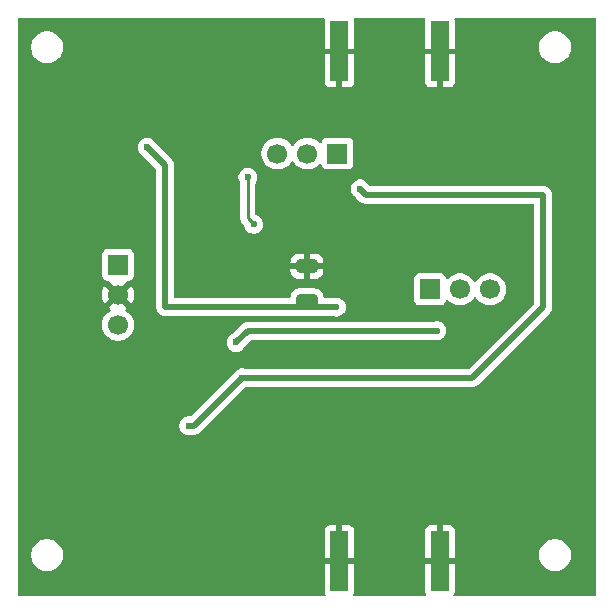
<source format=gbl>
%TF.GenerationSoftware,KiCad,Pcbnew,9.0.4-9.0.4-0~ubuntu24.04.1*%
%TF.CreationDate,2025-11-05T14:30:19-05:00*%
%TF.ProjectId,LFAmp-offset,4c46416d-702d-46f6-9666-7365742e6b69,rev?*%
%TF.SameCoordinates,Original*%
%TF.FileFunction,Copper,L2,Bot*%
%TF.FilePolarity,Positive*%
%FSLAX46Y46*%
G04 Gerber Fmt 4.6, Leading zero omitted, Abs format (unit mm)*
G04 Created by KiCad (PCBNEW 9.0.4-9.0.4-0~ubuntu24.04.1) date 2025-11-05 14:30:19*
%MOMM*%
%LPD*%
G01*
G04 APERTURE LIST*
G04 Aperture macros list*
%AMRoundRect*
0 Rectangle with rounded corners*
0 $1 Rounding radius*
0 $2 $3 $4 $5 $6 $7 $8 $9 X,Y pos of 4 corners*
0 Add a 4 corners polygon primitive as box body*
4,1,4,$2,$3,$4,$5,$6,$7,$8,$9,$2,$3,0*
0 Add four circle primitives for the rounded corners*
1,1,$1+$1,$2,$3*
1,1,$1+$1,$4,$5*
1,1,$1+$1,$6,$7*
1,1,$1+$1,$8,$9*
0 Add four rect primitives between the rounded corners*
20,1,$1+$1,$2,$3,$4,$5,0*
20,1,$1+$1,$4,$5,$6,$7,0*
20,1,$1+$1,$6,$7,$8,$9,0*
20,1,$1+$1,$8,$9,$2,$3,0*%
G04 Aperture macros list end*
%TA.AperFunction,SMDPad,CuDef*%
%ADD10RoundRect,0.250000X0.650000X-0.325000X0.650000X0.325000X-0.650000X0.325000X-0.650000X-0.325000X0*%
%TD*%
%TA.AperFunction,SMDPad,CuDef*%
%ADD11R,1.500000X5.080000*%
%TD*%
%TA.AperFunction,ComponentPad*%
%ADD12R,1.700000X1.700000*%
%TD*%
%TA.AperFunction,ComponentPad*%
%ADD13C,1.700000*%
%TD*%
%TA.AperFunction,ViaPad*%
%ADD14C,0.600000*%
%TD*%
%TA.AperFunction,Conductor*%
%ADD15C,0.250000*%
%TD*%
%TA.AperFunction,Conductor*%
%ADD16C,0.500000*%
%TD*%
G04 APERTURE END LIST*
D10*
%TO.P,C8,1*%
%TO.N,-5V*%
X190000000Y-84500000D03*
%TO.P,C8,2*%
%TO.N,GND*%
X190000000Y-81550000D03*
%TD*%
D11*
%TO.P,J3,2,Ext*%
%TO.N,GND*%
X201250000Y-106500000D03*
X192750000Y-106500000D03*
%TD*%
D12*
%TO.P,RV2,1,1*%
%TO.N,+5V*%
X192580000Y-72000000D03*
D13*
%TO.P,RV2,2,2*%
%TO.N,Net-(R10-Pad2)*%
X190040000Y-72000000D03*
%TO.P,RV2,3,3*%
%TO.N,-5V*%
X187500000Y-72000000D03*
%TD*%
D12*
%TO.P,J1,1,Pin_1*%
%TO.N,Net-(D2-K)*%
X174000000Y-81420000D03*
D13*
%TO.P,J1,2,Pin_2*%
%TO.N,GND*%
X174000000Y-83960000D03*
%TO.P,J1,3,Pin_3*%
%TO.N,Net-(D1-A)*%
X174000000Y-86500000D03*
%TD*%
D12*
%TO.P,RV1,1,1*%
%TO.N,Net-(U1A--)*%
X200420000Y-83500000D03*
D13*
%TO.P,RV1,2,2*%
%TO.N,Net-(C9-Pad2)*%
X202960000Y-83500000D03*
%TO.P,RV1,3,3*%
%TO.N,unconnected-(RV1-Pad3)*%
X205500000Y-83500000D03*
%TD*%
D11*
%TO.P,J2,2,Ext*%
%TO.N,GND*%
X192750000Y-63362500D03*
X201250000Y-63362500D03*
%TD*%
D14*
%TO.N,Net-(D4-A)*%
X185500000Y-78000000D03*
X185000000Y-74000000D03*
%TO.N,+5V*%
X194500000Y-75000000D03*
%TO.N,Net-(U1B--)*%
X201000000Y-87000000D03*
X184000000Y-88000000D03*
%TO.N,+5V*%
X180000000Y-95050000D03*
X184500000Y-91000000D03*
%TO.N,-5V*%
X192500000Y-85000000D03*
X176468962Y-71468963D03*
%TD*%
D15*
%TO.N,Net-(D4-A)*%
X185000000Y-74000000D02*
X185000000Y-77500000D01*
X185000000Y-77500000D02*
X185500000Y-78000000D01*
D16*
%TO.N,+5V*%
X210000000Y-85000000D02*
X210000000Y-75500000D01*
X184500000Y-91000000D02*
X204000000Y-91000000D01*
X210000000Y-75500000D02*
X195000000Y-75500000D01*
X195000000Y-75500000D02*
X194500000Y-75000000D01*
X204000000Y-91000000D02*
X210000000Y-85000000D01*
%TO.N,Net-(U1B--)*%
X201000000Y-87000000D02*
X185000000Y-87000000D01*
X185000000Y-87000000D02*
X184000000Y-88000000D01*
%TO.N,+5V*%
X184500000Y-91000000D02*
X180450000Y-95050000D01*
X180450000Y-95050000D02*
X180000000Y-95050000D01*
%TO.N,-5V*%
X192500000Y-85000000D02*
X178000000Y-85000000D01*
X178000000Y-85000000D02*
X178000000Y-73000001D01*
X178000000Y-73000001D02*
X176468962Y-71468963D01*
%TD*%
%TA.AperFunction,Conductor*%
%TO.N,GND*%
G36*
X191474897Y-60520185D02*
G01*
X191520652Y-60572989D01*
X191530596Y-60642147D01*
X191524040Y-60667833D01*
X191506403Y-60715119D01*
X191506401Y-60715127D01*
X191500000Y-60774655D01*
X191500000Y-63112500D01*
X194000000Y-63112500D01*
X194000000Y-60774672D01*
X193999999Y-60774655D01*
X193993598Y-60715127D01*
X193993596Y-60715119D01*
X193975960Y-60667833D01*
X193970976Y-60598141D01*
X194004461Y-60536818D01*
X194065785Y-60503334D01*
X194092142Y-60500500D01*
X199907858Y-60500500D01*
X199974897Y-60520185D01*
X200020652Y-60572989D01*
X200030596Y-60642147D01*
X200024040Y-60667833D01*
X200006403Y-60715119D01*
X200006401Y-60715127D01*
X200000000Y-60774655D01*
X200000000Y-63112500D01*
X202500000Y-63112500D01*
X202500000Y-62893713D01*
X209649500Y-62893713D01*
X209649500Y-63106286D01*
X209682753Y-63316239D01*
X209748444Y-63518414D01*
X209844951Y-63707820D01*
X209969890Y-63879786D01*
X210120213Y-64030109D01*
X210292179Y-64155048D01*
X210292181Y-64155049D01*
X210292184Y-64155051D01*
X210481588Y-64251557D01*
X210683757Y-64317246D01*
X210893713Y-64350500D01*
X210893714Y-64350500D01*
X211106286Y-64350500D01*
X211106287Y-64350500D01*
X211316243Y-64317246D01*
X211518412Y-64251557D01*
X211707816Y-64155051D01*
X211729789Y-64139086D01*
X211879786Y-64030109D01*
X211879788Y-64030106D01*
X211879792Y-64030104D01*
X212030104Y-63879792D01*
X212030106Y-63879788D01*
X212030109Y-63879786D01*
X212155048Y-63707820D01*
X212155047Y-63707820D01*
X212155051Y-63707816D01*
X212251557Y-63518412D01*
X212317246Y-63316243D01*
X212350500Y-63106287D01*
X212350500Y-62893713D01*
X212317246Y-62683757D01*
X212251557Y-62481588D01*
X212155051Y-62292184D01*
X212155049Y-62292181D01*
X212155048Y-62292179D01*
X212030109Y-62120213D01*
X211879786Y-61969890D01*
X211707820Y-61844951D01*
X211518414Y-61748444D01*
X211518413Y-61748443D01*
X211518412Y-61748443D01*
X211316243Y-61682754D01*
X211316241Y-61682753D01*
X211316240Y-61682753D01*
X211154957Y-61657208D01*
X211106287Y-61649500D01*
X210893713Y-61649500D01*
X210845042Y-61657208D01*
X210683760Y-61682753D01*
X210481585Y-61748444D01*
X210292179Y-61844951D01*
X210120213Y-61969890D01*
X209969890Y-62120213D01*
X209844951Y-62292179D01*
X209748444Y-62481585D01*
X209682753Y-62683760D01*
X209649500Y-62893713D01*
X202500000Y-62893713D01*
X202500000Y-60774672D01*
X202499999Y-60774655D01*
X202493598Y-60715127D01*
X202493596Y-60715119D01*
X202475960Y-60667833D01*
X202470976Y-60598141D01*
X202504461Y-60536818D01*
X202565785Y-60503334D01*
X202592142Y-60500500D01*
X214375500Y-60500500D01*
X214442539Y-60520185D01*
X214488294Y-60572989D01*
X214499500Y-60624500D01*
X214499500Y-109375500D01*
X214479815Y-109442539D01*
X214427011Y-109488294D01*
X214375500Y-109499500D01*
X202528322Y-109499500D01*
X202461283Y-109479815D01*
X202415528Y-109427011D01*
X202405584Y-109357853D01*
X202429055Y-109301190D01*
X202443350Y-109282093D01*
X202443354Y-109282086D01*
X202493596Y-109147379D01*
X202493598Y-109147372D01*
X202499999Y-109087844D01*
X202500000Y-109087827D01*
X202500000Y-106750000D01*
X200000000Y-106750000D01*
X200000000Y-109087844D01*
X200006401Y-109147372D01*
X200006403Y-109147379D01*
X200056645Y-109282086D01*
X200056649Y-109282093D01*
X200070945Y-109301190D01*
X200095362Y-109366654D01*
X200080510Y-109434927D01*
X200031105Y-109484332D01*
X199971678Y-109499500D01*
X194028322Y-109499500D01*
X193961283Y-109479815D01*
X193915528Y-109427011D01*
X193905584Y-109357853D01*
X193929055Y-109301190D01*
X193943350Y-109282093D01*
X193943354Y-109282086D01*
X193993596Y-109147379D01*
X193993598Y-109147372D01*
X193999999Y-109087844D01*
X194000000Y-109087827D01*
X194000000Y-106750000D01*
X191500000Y-106750000D01*
X191500000Y-109087844D01*
X191506401Y-109147372D01*
X191506403Y-109147379D01*
X191556645Y-109282086D01*
X191556649Y-109282093D01*
X191570945Y-109301190D01*
X191595362Y-109366654D01*
X191580510Y-109434927D01*
X191531105Y-109484332D01*
X191471678Y-109499500D01*
X165624500Y-109499500D01*
X165557461Y-109479815D01*
X165511706Y-109427011D01*
X165500500Y-109375500D01*
X165500500Y-105893713D01*
X166649500Y-105893713D01*
X166649500Y-106106286D01*
X166682753Y-106316239D01*
X166748444Y-106518414D01*
X166844951Y-106707820D01*
X166969890Y-106879786D01*
X167120213Y-107030109D01*
X167292179Y-107155048D01*
X167292181Y-107155049D01*
X167292184Y-107155051D01*
X167481588Y-107251557D01*
X167683757Y-107317246D01*
X167893713Y-107350500D01*
X167893714Y-107350500D01*
X168106286Y-107350500D01*
X168106287Y-107350500D01*
X168316243Y-107317246D01*
X168518412Y-107251557D01*
X168707816Y-107155051D01*
X168729789Y-107139086D01*
X168879786Y-107030109D01*
X168879788Y-107030106D01*
X168879792Y-107030104D01*
X169030104Y-106879792D01*
X169030106Y-106879788D01*
X169030109Y-106879786D01*
X169155048Y-106707820D01*
X169155047Y-106707820D01*
X169155051Y-106707816D01*
X169251557Y-106518412D01*
X169317246Y-106316243D01*
X169350500Y-106106287D01*
X169350500Y-105893713D01*
X169317246Y-105683757D01*
X169251557Y-105481588D01*
X169155051Y-105292184D01*
X169155049Y-105292181D01*
X169155048Y-105292179D01*
X169030109Y-105120213D01*
X168879786Y-104969890D01*
X168707820Y-104844951D01*
X168518414Y-104748444D01*
X168518413Y-104748443D01*
X168518412Y-104748443D01*
X168316243Y-104682754D01*
X168316241Y-104682753D01*
X168316240Y-104682753D01*
X168154957Y-104657208D01*
X168106287Y-104649500D01*
X167893713Y-104649500D01*
X167845042Y-104657208D01*
X167683760Y-104682753D01*
X167481585Y-104748444D01*
X167292179Y-104844951D01*
X167120213Y-104969890D01*
X166969890Y-105120213D01*
X166844951Y-105292179D01*
X166748444Y-105481585D01*
X166682753Y-105683760D01*
X166649500Y-105893713D01*
X165500500Y-105893713D01*
X165500500Y-103912155D01*
X191500000Y-103912155D01*
X191500000Y-106250000D01*
X192500000Y-106250000D01*
X193000000Y-106250000D01*
X194000000Y-106250000D01*
X194000000Y-103912172D01*
X193999999Y-103912155D01*
X200000000Y-103912155D01*
X200000000Y-106250000D01*
X201000000Y-106250000D01*
X201500000Y-106250000D01*
X202500000Y-106250000D01*
X202500000Y-105893713D01*
X209649500Y-105893713D01*
X209649500Y-106106286D01*
X209682753Y-106316239D01*
X209748444Y-106518414D01*
X209844951Y-106707820D01*
X209969890Y-106879786D01*
X210120213Y-107030109D01*
X210292179Y-107155048D01*
X210292181Y-107155049D01*
X210292184Y-107155051D01*
X210481588Y-107251557D01*
X210683757Y-107317246D01*
X210893713Y-107350500D01*
X210893714Y-107350500D01*
X211106286Y-107350500D01*
X211106287Y-107350500D01*
X211316243Y-107317246D01*
X211518412Y-107251557D01*
X211707816Y-107155051D01*
X211729789Y-107139086D01*
X211879786Y-107030109D01*
X211879788Y-107030106D01*
X211879792Y-107030104D01*
X212030104Y-106879792D01*
X212030106Y-106879788D01*
X212030109Y-106879786D01*
X212155048Y-106707820D01*
X212155047Y-106707820D01*
X212155051Y-106707816D01*
X212251557Y-106518412D01*
X212317246Y-106316243D01*
X212350500Y-106106287D01*
X212350500Y-105893713D01*
X212317246Y-105683757D01*
X212251557Y-105481588D01*
X212155051Y-105292184D01*
X212155049Y-105292181D01*
X212155048Y-105292179D01*
X212030109Y-105120213D01*
X211879786Y-104969890D01*
X211707820Y-104844951D01*
X211518414Y-104748444D01*
X211518413Y-104748443D01*
X211518412Y-104748443D01*
X211316243Y-104682754D01*
X211316241Y-104682753D01*
X211316240Y-104682753D01*
X211154957Y-104657208D01*
X211106287Y-104649500D01*
X210893713Y-104649500D01*
X210845042Y-104657208D01*
X210683760Y-104682753D01*
X210481585Y-104748444D01*
X210292179Y-104844951D01*
X210120213Y-104969890D01*
X209969890Y-105120213D01*
X209844951Y-105292179D01*
X209748444Y-105481585D01*
X209682753Y-105683760D01*
X209649500Y-105893713D01*
X202500000Y-105893713D01*
X202500000Y-103912172D01*
X202499999Y-103912155D01*
X202493598Y-103852627D01*
X202493596Y-103852620D01*
X202443354Y-103717913D01*
X202443350Y-103717906D01*
X202357190Y-103602812D01*
X202357187Y-103602809D01*
X202242093Y-103516649D01*
X202242086Y-103516645D01*
X202107379Y-103466403D01*
X202107372Y-103466401D01*
X202047844Y-103460000D01*
X201500000Y-103460000D01*
X201500000Y-106250000D01*
X201000000Y-106250000D01*
X201000000Y-103460000D01*
X200452155Y-103460000D01*
X200392627Y-103466401D01*
X200392620Y-103466403D01*
X200257913Y-103516645D01*
X200257906Y-103516649D01*
X200142812Y-103602809D01*
X200142809Y-103602812D01*
X200056649Y-103717906D01*
X200056645Y-103717913D01*
X200006403Y-103852620D01*
X200006401Y-103852627D01*
X200000000Y-103912155D01*
X193999999Y-103912155D01*
X193993598Y-103852627D01*
X193993596Y-103852620D01*
X193943354Y-103717913D01*
X193943350Y-103717906D01*
X193857190Y-103602812D01*
X193857187Y-103602809D01*
X193742093Y-103516649D01*
X193742086Y-103516645D01*
X193607379Y-103466403D01*
X193607372Y-103466401D01*
X193547844Y-103460000D01*
X193000000Y-103460000D01*
X193000000Y-106250000D01*
X192500000Y-106250000D01*
X192500000Y-103460000D01*
X191952155Y-103460000D01*
X191892627Y-103466401D01*
X191892620Y-103466403D01*
X191757913Y-103516645D01*
X191757906Y-103516649D01*
X191642812Y-103602809D01*
X191642809Y-103602812D01*
X191556649Y-103717906D01*
X191556645Y-103717913D01*
X191506403Y-103852620D01*
X191506401Y-103852627D01*
X191500000Y-103912155D01*
X165500500Y-103912155D01*
X165500500Y-94971153D01*
X179199500Y-94971153D01*
X179199500Y-95128846D01*
X179230261Y-95283489D01*
X179230264Y-95283501D01*
X179290602Y-95429172D01*
X179290609Y-95429185D01*
X179378210Y-95560288D01*
X179378213Y-95560292D01*
X179489707Y-95671786D01*
X179489711Y-95671789D01*
X179620814Y-95759390D01*
X179620827Y-95759397D01*
X179720060Y-95800500D01*
X179766503Y-95819737D01*
X179921153Y-95850499D01*
X179921156Y-95850500D01*
X179921158Y-95850500D01*
X180078844Y-95850500D01*
X180078845Y-95850499D01*
X180155152Y-95835320D01*
X180233488Y-95819739D01*
X180233489Y-95819738D01*
X180233497Y-95819737D01*
X180257155Y-95809937D01*
X180304604Y-95800500D01*
X180523920Y-95800500D01*
X180621462Y-95781096D01*
X180668913Y-95771658D01*
X180805495Y-95715084D01*
X180870291Y-95671789D01*
X180870294Y-95671786D01*
X180870296Y-95671786D01*
X180899547Y-95652240D01*
X180928416Y-95632952D01*
X184774549Y-91786819D01*
X184835872Y-91753334D01*
X184862230Y-91750500D01*
X204073920Y-91750500D01*
X204171462Y-91731096D01*
X204218913Y-91721658D01*
X204355495Y-91665084D01*
X204420291Y-91621789D01*
X204420294Y-91621786D01*
X204420296Y-91621786D01*
X204449547Y-91602240D01*
X204478416Y-91582952D01*
X210582951Y-85478416D01*
X210665084Y-85355495D01*
X210721658Y-85218913D01*
X210733720Y-85158274D01*
X210750500Y-85073920D01*
X210750500Y-75426079D01*
X210721659Y-75281092D01*
X210721658Y-75281091D01*
X210721658Y-75281087D01*
X210701946Y-75233497D01*
X210665087Y-75144511D01*
X210665080Y-75144498D01*
X210582951Y-75021584D01*
X210582948Y-75021580D01*
X210478419Y-74917051D01*
X210478415Y-74917048D01*
X210355501Y-74834919D01*
X210355488Y-74834912D01*
X210218917Y-74778343D01*
X210218907Y-74778340D01*
X210073920Y-74749500D01*
X210073918Y-74749500D01*
X195362230Y-74749500D01*
X195332789Y-74740855D01*
X195302803Y-74734332D01*
X195297787Y-74730577D01*
X195295191Y-74729815D01*
X195274549Y-74713181D01*
X195246071Y-74684703D01*
X195219191Y-74644475D01*
X195209394Y-74620821D01*
X195209389Y-74620814D01*
X195121789Y-74489710D01*
X195010292Y-74378213D01*
X195010288Y-74378210D01*
X194879185Y-74290609D01*
X194879172Y-74290602D01*
X194733501Y-74230264D01*
X194733489Y-74230261D01*
X194578845Y-74199500D01*
X194578842Y-74199500D01*
X194421158Y-74199500D01*
X194421155Y-74199500D01*
X194266510Y-74230261D01*
X194266498Y-74230264D01*
X194120827Y-74290602D01*
X194120814Y-74290609D01*
X193989711Y-74378210D01*
X193989707Y-74378213D01*
X193878213Y-74489707D01*
X193878210Y-74489711D01*
X193790609Y-74620814D01*
X193790602Y-74620827D01*
X193730264Y-74766498D01*
X193730261Y-74766510D01*
X193699500Y-74921153D01*
X193699500Y-75078846D01*
X193730261Y-75233489D01*
X193730264Y-75233501D01*
X193790602Y-75379172D01*
X193790609Y-75379185D01*
X193878210Y-75510288D01*
X193878213Y-75510292D01*
X193989710Y-75621789D01*
X194120815Y-75709390D01*
X194120821Y-75709394D01*
X194144475Y-75719191D01*
X194184703Y-75746071D01*
X194521586Y-76082954D01*
X194551058Y-76102645D01*
X194595270Y-76132186D01*
X194644505Y-76165084D01*
X194644506Y-76165084D01*
X194644507Y-76165085D01*
X194644509Y-76165086D01*
X194781082Y-76221656D01*
X194781087Y-76221658D01*
X194781091Y-76221658D01*
X194781092Y-76221659D01*
X194926079Y-76250500D01*
X194926082Y-76250500D01*
X194926083Y-76250500D01*
X195073918Y-76250500D01*
X209125500Y-76250500D01*
X209192539Y-76270185D01*
X209238294Y-76322989D01*
X209249500Y-76374500D01*
X209249500Y-84637770D01*
X209229815Y-84704809D01*
X209213181Y-84725451D01*
X203725451Y-90213181D01*
X203664128Y-90246666D01*
X203637770Y-90249500D01*
X184804604Y-90249500D01*
X184757155Y-90240062D01*
X184733497Y-90230263D01*
X184733493Y-90230262D01*
X184733488Y-90230260D01*
X184578845Y-90199500D01*
X184578842Y-90199500D01*
X184421158Y-90199500D01*
X184421155Y-90199500D01*
X184266510Y-90230261D01*
X184266498Y-90230264D01*
X184120827Y-90290602D01*
X184120814Y-90290609D01*
X183989711Y-90378210D01*
X183989707Y-90378213D01*
X183878213Y-90489707D01*
X183878207Y-90489715D01*
X183790607Y-90620818D01*
X183790606Y-90620819D01*
X183780805Y-90644480D01*
X183753927Y-90684703D01*
X180217699Y-94220931D01*
X180156376Y-94254416D01*
X180105827Y-94254867D01*
X180078846Y-94249500D01*
X180078842Y-94249500D01*
X179921158Y-94249500D01*
X179921155Y-94249500D01*
X179766510Y-94280261D01*
X179766498Y-94280264D01*
X179620827Y-94340602D01*
X179620814Y-94340609D01*
X179489711Y-94428210D01*
X179489707Y-94428213D01*
X179378213Y-94539707D01*
X179378210Y-94539711D01*
X179290609Y-94670814D01*
X179290602Y-94670827D01*
X179230264Y-94816498D01*
X179230261Y-94816510D01*
X179199500Y-94971153D01*
X165500500Y-94971153D01*
X165500500Y-87921153D01*
X183199500Y-87921153D01*
X183199500Y-88078846D01*
X183230261Y-88233489D01*
X183230264Y-88233501D01*
X183290602Y-88379172D01*
X183290609Y-88379185D01*
X183378210Y-88510288D01*
X183378213Y-88510292D01*
X183489707Y-88621786D01*
X183489711Y-88621789D01*
X183620814Y-88709390D01*
X183620827Y-88709397D01*
X183766498Y-88769735D01*
X183766503Y-88769737D01*
X183921153Y-88800499D01*
X183921156Y-88800500D01*
X183921158Y-88800500D01*
X184078844Y-88800500D01*
X184078845Y-88800499D01*
X184233497Y-88769737D01*
X184379179Y-88709394D01*
X184510289Y-88621789D01*
X184621789Y-88510289D01*
X184709394Y-88379179D01*
X184719191Y-88355524D01*
X184746069Y-88315297D01*
X185274548Y-87786819D01*
X185335871Y-87753334D01*
X185362229Y-87750500D01*
X200695396Y-87750500D01*
X200742844Y-87759937D01*
X200766503Y-87769737D01*
X200766508Y-87769738D01*
X200766511Y-87769739D01*
X200921153Y-87800499D01*
X200921156Y-87800500D01*
X200921158Y-87800500D01*
X201078844Y-87800500D01*
X201078845Y-87800499D01*
X201233497Y-87769737D01*
X201379179Y-87709394D01*
X201510289Y-87621789D01*
X201621789Y-87510289D01*
X201709394Y-87379179D01*
X201769737Y-87233497D01*
X201800500Y-87078842D01*
X201800500Y-86921158D01*
X201800500Y-86921155D01*
X201800499Y-86921153D01*
X201769738Y-86766510D01*
X201769737Y-86766503D01*
X201769735Y-86766498D01*
X201709397Y-86620827D01*
X201709390Y-86620814D01*
X201621789Y-86489711D01*
X201621786Y-86489707D01*
X201510292Y-86378213D01*
X201510288Y-86378210D01*
X201379185Y-86290609D01*
X201379172Y-86290602D01*
X201233501Y-86230264D01*
X201233489Y-86230261D01*
X201078845Y-86199500D01*
X201078842Y-86199500D01*
X200921158Y-86199500D01*
X200921155Y-86199500D01*
X200766511Y-86230260D01*
X200766506Y-86230262D01*
X200766504Y-86230262D01*
X200766503Y-86230263D01*
X200742844Y-86240062D01*
X200695396Y-86249500D01*
X184926076Y-86249500D01*
X184897242Y-86255234D01*
X184897243Y-86255235D01*
X184781093Y-86278339D01*
X184781083Y-86278342D01*
X184701081Y-86311479D01*
X184701082Y-86311480D01*
X184644505Y-86334915D01*
X184582835Y-86376121D01*
X184579706Y-86378213D01*
X184562372Y-86389795D01*
X184521585Y-86417047D01*
X184521581Y-86417050D01*
X183684703Y-87253927D01*
X183644480Y-87280805D01*
X183620819Y-87290606D01*
X183620818Y-87290607D01*
X183489715Y-87378207D01*
X183489707Y-87378213D01*
X183378213Y-87489707D01*
X183378210Y-87489711D01*
X183290609Y-87620814D01*
X183290602Y-87620827D01*
X183230264Y-87766498D01*
X183230261Y-87766510D01*
X183199500Y-87921153D01*
X165500500Y-87921153D01*
X165500500Y-80522135D01*
X172649500Y-80522135D01*
X172649500Y-82317870D01*
X172649501Y-82317876D01*
X172655908Y-82377483D01*
X172706202Y-82512328D01*
X172706206Y-82512335D01*
X172792452Y-82627544D01*
X172792455Y-82627547D01*
X172907664Y-82713793D01*
X172907671Y-82713797D01*
X172952618Y-82730561D01*
X173042517Y-82764091D01*
X173102127Y-82770500D01*
X173112685Y-82770499D01*
X173179723Y-82790179D01*
X173200372Y-82806818D01*
X173870591Y-83477037D01*
X173807007Y-83494075D01*
X173692993Y-83559901D01*
X173599901Y-83652993D01*
X173534075Y-83767007D01*
X173517037Y-83830591D01*
X172884728Y-83198282D01*
X172884727Y-83198282D01*
X172845380Y-83252439D01*
X172748904Y-83441782D01*
X172683242Y-83643869D01*
X172683242Y-83643872D01*
X172650000Y-83853753D01*
X172650000Y-84066246D01*
X172683242Y-84276127D01*
X172683242Y-84276130D01*
X172748904Y-84478217D01*
X172845375Y-84667550D01*
X172884728Y-84721716D01*
X173517037Y-84089408D01*
X173534075Y-84152993D01*
X173599901Y-84267007D01*
X173692993Y-84360099D01*
X173807007Y-84425925D01*
X173870590Y-84442962D01*
X173238282Y-85075269D01*
X173238282Y-85075270D01*
X173292452Y-85114626D01*
X173292451Y-85114626D01*
X173301495Y-85119234D01*
X173352292Y-85167208D01*
X173369087Y-85235029D01*
X173346550Y-85301164D01*
X173301499Y-85340202D01*
X173292182Y-85344949D01*
X173120213Y-85469890D01*
X172969890Y-85620213D01*
X172844951Y-85792179D01*
X172748444Y-85981585D01*
X172682753Y-86183760D01*
X172651955Y-86378210D01*
X172649500Y-86393713D01*
X172649500Y-86606287D01*
X172682754Y-86816243D01*
X172716841Y-86921153D01*
X172748444Y-87018414D01*
X172844951Y-87207820D01*
X172969890Y-87379786D01*
X173120213Y-87530109D01*
X173292179Y-87655048D01*
X173292181Y-87655049D01*
X173292184Y-87655051D01*
X173481588Y-87751557D01*
X173683757Y-87817246D01*
X173893713Y-87850500D01*
X173893714Y-87850500D01*
X174106286Y-87850500D01*
X174106287Y-87850500D01*
X174316243Y-87817246D01*
X174518412Y-87751557D01*
X174707816Y-87655051D01*
X174754940Y-87620814D01*
X174879786Y-87530109D01*
X174879788Y-87530106D01*
X174879792Y-87530104D01*
X175030104Y-87379792D01*
X175030106Y-87379788D01*
X175030109Y-87379786D01*
X175155048Y-87207820D01*
X175155047Y-87207820D01*
X175155051Y-87207816D01*
X175251557Y-87018412D01*
X175317246Y-86816243D01*
X175350500Y-86606287D01*
X175350500Y-86393713D01*
X175317246Y-86183757D01*
X175251557Y-85981588D01*
X175155051Y-85792184D01*
X175155049Y-85792181D01*
X175155048Y-85792179D01*
X175030109Y-85620213D01*
X174879786Y-85469890D01*
X174707817Y-85344949D01*
X174698504Y-85340204D01*
X174647707Y-85292230D01*
X174630912Y-85224409D01*
X174653449Y-85158274D01*
X174698507Y-85119232D01*
X174707555Y-85114622D01*
X174761716Y-85075270D01*
X174761717Y-85075270D01*
X174129408Y-84442962D01*
X174192993Y-84425925D01*
X174307007Y-84360099D01*
X174400099Y-84267007D01*
X174465925Y-84152993D01*
X174482962Y-84089408D01*
X175115270Y-84721717D01*
X175115270Y-84721716D01*
X175154622Y-84667554D01*
X175251095Y-84478217D01*
X175316757Y-84276130D01*
X175316757Y-84276127D01*
X175350000Y-84066246D01*
X175350000Y-83853753D01*
X175316757Y-83643872D01*
X175316757Y-83643869D01*
X175251095Y-83441782D01*
X175154624Y-83252449D01*
X175115270Y-83198282D01*
X175115269Y-83198282D01*
X174482962Y-83830590D01*
X174465925Y-83767007D01*
X174400099Y-83652993D01*
X174307007Y-83559901D01*
X174192993Y-83494075D01*
X174129409Y-83477037D01*
X174799627Y-82806818D01*
X174860950Y-82773333D01*
X174887307Y-82770499D01*
X174897872Y-82770499D01*
X174957483Y-82764091D01*
X175092331Y-82713796D01*
X175207546Y-82627546D01*
X175293796Y-82512331D01*
X175344091Y-82377483D01*
X175350500Y-82317873D01*
X175350499Y-80522128D01*
X175344091Y-80462517D01*
X175293796Y-80327669D01*
X175293795Y-80327668D01*
X175293793Y-80327664D01*
X175207547Y-80212455D01*
X175207544Y-80212452D01*
X175092335Y-80126206D01*
X175092328Y-80126202D01*
X174957482Y-80075908D01*
X174957483Y-80075908D01*
X174897883Y-80069501D01*
X174897881Y-80069500D01*
X174897873Y-80069500D01*
X174897864Y-80069500D01*
X173102129Y-80069500D01*
X173102123Y-80069501D01*
X173042516Y-80075908D01*
X172907671Y-80126202D01*
X172907664Y-80126206D01*
X172792455Y-80212452D01*
X172792452Y-80212455D01*
X172706206Y-80327664D01*
X172706202Y-80327671D01*
X172655908Y-80462517D01*
X172649501Y-80522116D01*
X172649501Y-80522123D01*
X172649500Y-80522135D01*
X165500500Y-80522135D01*
X165500500Y-71390116D01*
X175668462Y-71390116D01*
X175668462Y-71547809D01*
X175699223Y-71702452D01*
X175699226Y-71702464D01*
X175759564Y-71848135D01*
X175759571Y-71848148D01*
X175847172Y-71979251D01*
X175847175Y-71979255D01*
X175958672Y-72090752D01*
X176089777Y-72178353D01*
X176089783Y-72178357D01*
X176113437Y-72188154D01*
X176153665Y-72215034D01*
X177213181Y-73274550D01*
X177246666Y-73335873D01*
X177249500Y-73362231D01*
X177249500Y-85073918D01*
X177249500Y-85073920D01*
X177249499Y-85073920D01*
X177278340Y-85218907D01*
X177278343Y-85218917D01*
X177334912Y-85355488D01*
X177334919Y-85355501D01*
X177417048Y-85478415D01*
X177417051Y-85478419D01*
X177521580Y-85582948D01*
X177521584Y-85582951D01*
X177644498Y-85665080D01*
X177644511Y-85665087D01*
X177751469Y-85709390D01*
X177781087Y-85721658D01*
X177781091Y-85721658D01*
X177781092Y-85721659D01*
X177926079Y-85750500D01*
X177926082Y-85750500D01*
X178073918Y-85750500D01*
X192195396Y-85750500D01*
X192242844Y-85759937D01*
X192266503Y-85769737D01*
X192266508Y-85769738D01*
X192266511Y-85769739D01*
X192421153Y-85800499D01*
X192421156Y-85800500D01*
X192421158Y-85800500D01*
X192578844Y-85800500D01*
X192578845Y-85800499D01*
X192733497Y-85769737D01*
X192879179Y-85709394D01*
X193010289Y-85621789D01*
X193121789Y-85510289D01*
X193209394Y-85379179D01*
X193269737Y-85233497D01*
X193300500Y-85078842D01*
X193300500Y-84921158D01*
X193300500Y-84921155D01*
X193300499Y-84921153D01*
X193269738Y-84766510D01*
X193269737Y-84766503D01*
X193245317Y-84707547D01*
X193209397Y-84620827D01*
X193209390Y-84620814D01*
X193121789Y-84489711D01*
X193121786Y-84489707D01*
X193010292Y-84378213D01*
X193010288Y-84378210D01*
X192879185Y-84290609D01*
X192879172Y-84290602D01*
X192733501Y-84230264D01*
X192733489Y-84230261D01*
X192578845Y-84199500D01*
X192578842Y-84199500D01*
X192421158Y-84199500D01*
X192421155Y-84199500D01*
X192266511Y-84230260D01*
X192266506Y-84230262D01*
X192266504Y-84230262D01*
X192266503Y-84230263D01*
X192242844Y-84240062D01*
X192195396Y-84249500D01*
X191524499Y-84249500D01*
X191457460Y-84229815D01*
X191411705Y-84177011D01*
X191401068Y-84128120D01*
X191400659Y-84128141D01*
X191400532Y-84125653D01*
X191400499Y-84125500D01*
X191400499Y-84124998D01*
X191400498Y-84124981D01*
X191389999Y-84022203D01*
X191389998Y-84022200D01*
X191388743Y-84018412D01*
X191334814Y-83855666D01*
X191242712Y-83706344D01*
X191118656Y-83582288D01*
X190969334Y-83490186D01*
X190802797Y-83435001D01*
X190802795Y-83435000D01*
X190700010Y-83424500D01*
X189299998Y-83424500D01*
X189299981Y-83424501D01*
X189197203Y-83435000D01*
X189197200Y-83435001D01*
X189030668Y-83490185D01*
X189030663Y-83490187D01*
X188881342Y-83582289D01*
X188757289Y-83706342D01*
X188665187Y-83855663D01*
X188665186Y-83855666D01*
X188610001Y-84022203D01*
X188610001Y-84022204D01*
X188610000Y-84022204D01*
X188599500Y-84124983D01*
X188599500Y-84125500D01*
X188599468Y-84125605D01*
X188599340Y-84128139D01*
X188599179Y-84128130D01*
X188599179Y-84128132D01*
X188599155Y-84128129D01*
X188598734Y-84128108D01*
X188579815Y-84192539D01*
X188527011Y-84238294D01*
X188475500Y-84249500D01*
X178874500Y-84249500D01*
X178807461Y-84229815D01*
X178761706Y-84177011D01*
X178750500Y-84125500D01*
X178750500Y-81924986D01*
X188600001Y-81924986D01*
X188610494Y-82027697D01*
X188665641Y-82194119D01*
X188665643Y-82194124D01*
X188757684Y-82343345D01*
X188881654Y-82467315D01*
X189030875Y-82559356D01*
X189030880Y-82559358D01*
X189197302Y-82614505D01*
X189197309Y-82614506D01*
X189300019Y-82624999D01*
X189749999Y-82624999D01*
X190250000Y-82624999D01*
X190699972Y-82624999D01*
X190699986Y-82624998D01*
X190802697Y-82614505D01*
X190840027Y-82602135D01*
X199069500Y-82602135D01*
X199069500Y-84397870D01*
X199069501Y-84397876D01*
X199075908Y-84457483D01*
X199126202Y-84592328D01*
X199126206Y-84592335D01*
X199212452Y-84707544D01*
X199212455Y-84707547D01*
X199327664Y-84793793D01*
X199327671Y-84793797D01*
X199462517Y-84844091D01*
X199462516Y-84844091D01*
X199469444Y-84844835D01*
X199522127Y-84850500D01*
X201317872Y-84850499D01*
X201377483Y-84844091D01*
X201512331Y-84793796D01*
X201627546Y-84707546D01*
X201713796Y-84592331D01*
X201762810Y-84460916D01*
X201804681Y-84404984D01*
X201870145Y-84380566D01*
X201938418Y-84395417D01*
X201966673Y-84416569D01*
X202080213Y-84530109D01*
X202252179Y-84655048D01*
X202252181Y-84655049D01*
X202252184Y-84655051D01*
X202441588Y-84751557D01*
X202643757Y-84817246D01*
X202853713Y-84850500D01*
X202853714Y-84850500D01*
X203066286Y-84850500D01*
X203066287Y-84850500D01*
X203276243Y-84817246D01*
X203478412Y-84751557D01*
X203667816Y-84655051D01*
X203754138Y-84592335D01*
X203839786Y-84530109D01*
X203839788Y-84530106D01*
X203839792Y-84530104D01*
X203990104Y-84379792D01*
X203990106Y-84379788D01*
X203990109Y-84379786D01*
X204115048Y-84207820D01*
X204115047Y-84207820D01*
X204115051Y-84207816D01*
X204119514Y-84199054D01*
X204167488Y-84148259D01*
X204235308Y-84131463D01*
X204301444Y-84153999D01*
X204340486Y-84199056D01*
X204344951Y-84207820D01*
X204469890Y-84379786D01*
X204620213Y-84530109D01*
X204792179Y-84655048D01*
X204792181Y-84655049D01*
X204792184Y-84655051D01*
X204981588Y-84751557D01*
X205183757Y-84817246D01*
X205393713Y-84850500D01*
X205393714Y-84850500D01*
X205606286Y-84850500D01*
X205606287Y-84850500D01*
X205816243Y-84817246D01*
X206018412Y-84751557D01*
X206207816Y-84655051D01*
X206294138Y-84592335D01*
X206379786Y-84530109D01*
X206379788Y-84530106D01*
X206379792Y-84530104D01*
X206530104Y-84379792D01*
X206530106Y-84379788D01*
X206530109Y-84379786D01*
X206655048Y-84207820D01*
X206655047Y-84207820D01*
X206655051Y-84207816D01*
X206751557Y-84018412D01*
X206817246Y-83816243D01*
X206850500Y-83606287D01*
X206850500Y-83393713D01*
X206817246Y-83183757D01*
X206751557Y-82981588D01*
X206655051Y-82792184D01*
X206655049Y-82792181D01*
X206655048Y-82792179D01*
X206530109Y-82620213D01*
X206379786Y-82469890D01*
X206207820Y-82344951D01*
X206018414Y-82248444D01*
X206018413Y-82248443D01*
X206018412Y-82248443D01*
X205816243Y-82182754D01*
X205816241Y-82182753D01*
X205816240Y-82182753D01*
X205654957Y-82157208D01*
X205606287Y-82149500D01*
X205393713Y-82149500D01*
X205345042Y-82157208D01*
X205183760Y-82182753D01*
X204981585Y-82248444D01*
X204792179Y-82344951D01*
X204620213Y-82469890D01*
X204469890Y-82620213D01*
X204344949Y-82792182D01*
X204340484Y-82800946D01*
X204292509Y-82851742D01*
X204224688Y-82868536D01*
X204158553Y-82845998D01*
X204119516Y-82800946D01*
X204115050Y-82792182D01*
X203990109Y-82620213D01*
X203839786Y-82469890D01*
X203667820Y-82344951D01*
X203478414Y-82248444D01*
X203478413Y-82248443D01*
X203478412Y-82248443D01*
X203276243Y-82182754D01*
X203276241Y-82182753D01*
X203276240Y-82182753D01*
X203114957Y-82157208D01*
X203066287Y-82149500D01*
X202853713Y-82149500D01*
X202805042Y-82157208D01*
X202643760Y-82182753D01*
X202441585Y-82248444D01*
X202252179Y-82344951D01*
X202080215Y-82469889D01*
X201966673Y-82583431D01*
X201905350Y-82616915D01*
X201835658Y-82611931D01*
X201779725Y-82570059D01*
X201762810Y-82539082D01*
X201713797Y-82407671D01*
X201713793Y-82407664D01*
X201627547Y-82292455D01*
X201627544Y-82292452D01*
X201512335Y-82206206D01*
X201512328Y-82206202D01*
X201377482Y-82155908D01*
X201377483Y-82155908D01*
X201317883Y-82149501D01*
X201317881Y-82149500D01*
X201317873Y-82149500D01*
X201317864Y-82149500D01*
X199522129Y-82149500D01*
X199522123Y-82149501D01*
X199462516Y-82155908D01*
X199327671Y-82206202D01*
X199327664Y-82206206D01*
X199212455Y-82292452D01*
X199212452Y-82292455D01*
X199126206Y-82407664D01*
X199126202Y-82407671D01*
X199075908Y-82542517D01*
X199069501Y-82602116D01*
X199069500Y-82602135D01*
X190840027Y-82602135D01*
X190969119Y-82559358D01*
X190969124Y-82559356D01*
X191076272Y-82493267D01*
X191076275Y-82493266D01*
X191118340Y-82467319D01*
X191118344Y-82467316D01*
X191242315Y-82343345D01*
X191334356Y-82194124D01*
X191334358Y-82194119D01*
X191389505Y-82027697D01*
X191389506Y-82027690D01*
X191399999Y-81924986D01*
X191400000Y-81924973D01*
X191400000Y-81800000D01*
X190250000Y-81800000D01*
X190250000Y-82624999D01*
X189749999Y-82624999D01*
X189750000Y-82624998D01*
X189750000Y-81800000D01*
X188600001Y-81800000D01*
X188600001Y-81924986D01*
X178750500Y-81924986D01*
X178750500Y-81175013D01*
X188600000Y-81175013D01*
X188600000Y-81300000D01*
X189750000Y-81300000D01*
X190250000Y-81300000D01*
X191399999Y-81300000D01*
X191399999Y-81175028D01*
X191399998Y-81175013D01*
X191389505Y-81072302D01*
X191334358Y-80905880D01*
X191334356Y-80905875D01*
X191242315Y-80756654D01*
X191118345Y-80632684D01*
X190969124Y-80540643D01*
X190969119Y-80540641D01*
X190802697Y-80485494D01*
X190802690Y-80485493D01*
X190699986Y-80475000D01*
X190250000Y-80475000D01*
X190250000Y-81300000D01*
X189750000Y-81300000D01*
X189750000Y-80475000D01*
X189300028Y-80475000D01*
X189300012Y-80475001D01*
X189197302Y-80485494D01*
X189030880Y-80540641D01*
X189030875Y-80540643D01*
X188881654Y-80632684D01*
X188757684Y-80756654D01*
X188665643Y-80905875D01*
X188665641Y-80905880D01*
X188610494Y-81072302D01*
X188610493Y-81072309D01*
X188600000Y-81175013D01*
X178750500Y-81175013D01*
X178750500Y-73921153D01*
X184199500Y-73921153D01*
X184199500Y-74078846D01*
X184230261Y-74233489D01*
X184230264Y-74233501D01*
X184290602Y-74379172D01*
X184290609Y-74379184D01*
X184353602Y-74473459D01*
X184374480Y-74540136D01*
X184374500Y-74542350D01*
X184374500Y-77561606D01*
X184398537Y-77682452D01*
X184398538Y-77682455D01*
X184398539Y-77682460D01*
X184405495Y-77699251D01*
X184405499Y-77699259D01*
X184407345Y-77703715D01*
X184445688Y-77796286D01*
X184479915Y-77847509D01*
X184484002Y-77853627D01*
X184484006Y-77853633D01*
X184514141Y-77898733D01*
X184605586Y-77990178D01*
X184605608Y-77990198D01*
X184674205Y-78058795D01*
X184707690Y-78120118D01*
X184708141Y-78122285D01*
X184730261Y-78233489D01*
X184730264Y-78233501D01*
X184790602Y-78379172D01*
X184790609Y-78379185D01*
X184878210Y-78510288D01*
X184878213Y-78510292D01*
X184989707Y-78621786D01*
X184989711Y-78621789D01*
X185120814Y-78709390D01*
X185120827Y-78709397D01*
X185266498Y-78769735D01*
X185266503Y-78769737D01*
X185421153Y-78800499D01*
X185421156Y-78800500D01*
X185421158Y-78800500D01*
X185578844Y-78800500D01*
X185578845Y-78800499D01*
X185733497Y-78769737D01*
X185879179Y-78709394D01*
X186010289Y-78621789D01*
X186121789Y-78510289D01*
X186209394Y-78379179D01*
X186269737Y-78233497D01*
X186300500Y-78078842D01*
X186300500Y-77921158D01*
X186300500Y-77921155D01*
X186300499Y-77921153D01*
X186269738Y-77766510D01*
X186269737Y-77766503D01*
X186234926Y-77682460D01*
X186209397Y-77620827D01*
X186209390Y-77620814D01*
X186121789Y-77489711D01*
X186121786Y-77489707D01*
X186010292Y-77378213D01*
X186010288Y-77378210D01*
X185879185Y-77290609D01*
X185879172Y-77290602D01*
X185733499Y-77230263D01*
X185733487Y-77230260D01*
X185725304Y-77228632D01*
X185663394Y-77196245D01*
X185628822Y-77135528D01*
X185625500Y-77107016D01*
X185625500Y-74542350D01*
X185645185Y-74475311D01*
X185646398Y-74473459D01*
X185646809Y-74472843D01*
X185709394Y-74379179D01*
X185769737Y-74233497D01*
X185800500Y-74078842D01*
X185800500Y-73921158D01*
X185800500Y-73921155D01*
X185800499Y-73921153D01*
X185769738Y-73766510D01*
X185769737Y-73766503D01*
X185769735Y-73766498D01*
X185709397Y-73620827D01*
X185709390Y-73620814D01*
X185621789Y-73489711D01*
X185621786Y-73489707D01*
X185510292Y-73378213D01*
X185510288Y-73378210D01*
X185379185Y-73290609D01*
X185379172Y-73290602D01*
X185233501Y-73230264D01*
X185233489Y-73230261D01*
X185078845Y-73199500D01*
X185078842Y-73199500D01*
X184921158Y-73199500D01*
X184921155Y-73199500D01*
X184766510Y-73230261D01*
X184766498Y-73230264D01*
X184620827Y-73290602D01*
X184620814Y-73290609D01*
X184489711Y-73378210D01*
X184489707Y-73378213D01*
X184378213Y-73489707D01*
X184378210Y-73489711D01*
X184290609Y-73620814D01*
X184290602Y-73620827D01*
X184230264Y-73766498D01*
X184230261Y-73766510D01*
X184199500Y-73921153D01*
X178750500Y-73921153D01*
X178750500Y-72926081D01*
X178741292Y-72879793D01*
X178741292Y-72879791D01*
X178721660Y-72781095D01*
X178721659Y-72781089D01*
X178665084Y-72644507D01*
X178665084Y-72644506D01*
X178632186Y-72595271D01*
X178630802Y-72593199D01*
X178582956Y-72521590D01*
X178582952Y-72521585D01*
X177955080Y-71893713D01*
X186149500Y-71893713D01*
X186149500Y-72106286D01*
X186182753Y-72316239D01*
X186248444Y-72518414D01*
X186344951Y-72707820D01*
X186469890Y-72879786D01*
X186620213Y-73030109D01*
X186792179Y-73155048D01*
X186792181Y-73155049D01*
X186792184Y-73155051D01*
X186981588Y-73251557D01*
X187183757Y-73317246D01*
X187393713Y-73350500D01*
X187393714Y-73350500D01*
X187606286Y-73350500D01*
X187606287Y-73350500D01*
X187816243Y-73317246D01*
X188018412Y-73251557D01*
X188207816Y-73155051D01*
X188294138Y-73092335D01*
X188379786Y-73030109D01*
X188379788Y-73030106D01*
X188379792Y-73030104D01*
X188530104Y-72879792D01*
X188530106Y-72879788D01*
X188530109Y-72879786D01*
X188655048Y-72707820D01*
X188655047Y-72707820D01*
X188655051Y-72707816D01*
X188659514Y-72699054D01*
X188707488Y-72648259D01*
X188775308Y-72631463D01*
X188841444Y-72653999D01*
X188880486Y-72699056D01*
X188884951Y-72707820D01*
X189009890Y-72879786D01*
X189160213Y-73030109D01*
X189332179Y-73155048D01*
X189332181Y-73155049D01*
X189332184Y-73155051D01*
X189521588Y-73251557D01*
X189723757Y-73317246D01*
X189933713Y-73350500D01*
X189933714Y-73350500D01*
X190146286Y-73350500D01*
X190146287Y-73350500D01*
X190356243Y-73317246D01*
X190558412Y-73251557D01*
X190747816Y-73155051D01*
X190919792Y-73030104D01*
X191033329Y-72916566D01*
X191094648Y-72883084D01*
X191164340Y-72888068D01*
X191220274Y-72929939D01*
X191237189Y-72960917D01*
X191286202Y-73092328D01*
X191286206Y-73092335D01*
X191372452Y-73207544D01*
X191372455Y-73207547D01*
X191487664Y-73293793D01*
X191487671Y-73293797D01*
X191622517Y-73344091D01*
X191622516Y-73344091D01*
X191629444Y-73344835D01*
X191682127Y-73350500D01*
X193477872Y-73350499D01*
X193537483Y-73344091D01*
X193672331Y-73293796D01*
X193787546Y-73207546D01*
X193873796Y-73092331D01*
X193924091Y-72957483D01*
X193930500Y-72897873D01*
X193930499Y-71102128D01*
X193924091Y-71042517D01*
X193922810Y-71039083D01*
X193873797Y-70907671D01*
X193873793Y-70907664D01*
X193787547Y-70792455D01*
X193787544Y-70792452D01*
X193672335Y-70706206D01*
X193672328Y-70706202D01*
X193537482Y-70655908D01*
X193537483Y-70655908D01*
X193477883Y-70649501D01*
X193477881Y-70649500D01*
X193477873Y-70649500D01*
X193477864Y-70649500D01*
X191682129Y-70649500D01*
X191682123Y-70649501D01*
X191622516Y-70655908D01*
X191487671Y-70706202D01*
X191487664Y-70706206D01*
X191372455Y-70792452D01*
X191372452Y-70792455D01*
X191286206Y-70907664D01*
X191286203Y-70907669D01*
X191237189Y-71039083D01*
X191195317Y-71095016D01*
X191129853Y-71119433D01*
X191061580Y-71104581D01*
X191033326Y-71083430D01*
X190919786Y-70969890D01*
X190747820Y-70844951D01*
X190558414Y-70748444D01*
X190558413Y-70748443D01*
X190558412Y-70748443D01*
X190356243Y-70682754D01*
X190356241Y-70682753D01*
X190356240Y-70682753D01*
X190194957Y-70657208D01*
X190146287Y-70649500D01*
X189933713Y-70649500D01*
X189885042Y-70657208D01*
X189723760Y-70682753D01*
X189521585Y-70748444D01*
X189332179Y-70844951D01*
X189160213Y-70969890D01*
X189009890Y-71120213D01*
X188884949Y-71292182D01*
X188880484Y-71300946D01*
X188832509Y-71351742D01*
X188764688Y-71368536D01*
X188698553Y-71345998D01*
X188659516Y-71300946D01*
X188655050Y-71292182D01*
X188530109Y-71120213D01*
X188379786Y-70969890D01*
X188207820Y-70844951D01*
X188018414Y-70748444D01*
X188018413Y-70748443D01*
X188018412Y-70748443D01*
X187816243Y-70682754D01*
X187816241Y-70682753D01*
X187816240Y-70682753D01*
X187654957Y-70657208D01*
X187606287Y-70649500D01*
X187393713Y-70649500D01*
X187345042Y-70657208D01*
X187183760Y-70682753D01*
X186981585Y-70748444D01*
X186792179Y-70844951D01*
X186620213Y-70969890D01*
X186469890Y-71120213D01*
X186344951Y-71292179D01*
X186248444Y-71481585D01*
X186182753Y-71683760D01*
X186149500Y-71893713D01*
X177955080Y-71893713D01*
X177215033Y-71153666D01*
X177188153Y-71113438D01*
X177178356Y-71089784D01*
X177146773Y-71042517D01*
X177090751Y-70958673D01*
X176979254Y-70847176D01*
X176979250Y-70847173D01*
X176848147Y-70759572D01*
X176848134Y-70759565D01*
X176702463Y-70699227D01*
X176702451Y-70699224D01*
X176547807Y-70668463D01*
X176547804Y-70668463D01*
X176390120Y-70668463D01*
X176390117Y-70668463D01*
X176235472Y-70699224D01*
X176235460Y-70699227D01*
X176089789Y-70759565D01*
X176089776Y-70759572D01*
X175958673Y-70847173D01*
X175958669Y-70847176D01*
X175847175Y-70958670D01*
X175847172Y-70958674D01*
X175759571Y-71089777D01*
X175759564Y-71089790D01*
X175699226Y-71235461D01*
X175699223Y-71235473D01*
X175668462Y-71390116D01*
X165500500Y-71390116D01*
X165500500Y-65950344D01*
X191500000Y-65950344D01*
X191506401Y-66009872D01*
X191506403Y-66009879D01*
X191556645Y-66144586D01*
X191556649Y-66144593D01*
X191642809Y-66259687D01*
X191642812Y-66259690D01*
X191757906Y-66345850D01*
X191757913Y-66345854D01*
X191892620Y-66396096D01*
X191892627Y-66396098D01*
X191952155Y-66402499D01*
X191952172Y-66402500D01*
X192500000Y-66402500D01*
X193000000Y-66402500D01*
X193547828Y-66402500D01*
X193547844Y-66402499D01*
X193607372Y-66396098D01*
X193607379Y-66396096D01*
X193742086Y-66345854D01*
X193742093Y-66345850D01*
X193857187Y-66259690D01*
X193857190Y-66259687D01*
X193943350Y-66144593D01*
X193943354Y-66144586D01*
X193993596Y-66009879D01*
X193993598Y-66009872D01*
X193999999Y-65950344D01*
X200000000Y-65950344D01*
X200006401Y-66009872D01*
X200006403Y-66009879D01*
X200056645Y-66144586D01*
X200056649Y-66144593D01*
X200142809Y-66259687D01*
X200142812Y-66259690D01*
X200257906Y-66345850D01*
X200257913Y-66345854D01*
X200392620Y-66396096D01*
X200392627Y-66396098D01*
X200452155Y-66402499D01*
X200452172Y-66402500D01*
X201000000Y-66402500D01*
X201500000Y-66402500D01*
X202047828Y-66402500D01*
X202047844Y-66402499D01*
X202107372Y-66396098D01*
X202107379Y-66396096D01*
X202242086Y-66345854D01*
X202242093Y-66345850D01*
X202357187Y-66259690D01*
X202357190Y-66259687D01*
X202443350Y-66144593D01*
X202443354Y-66144586D01*
X202493596Y-66009879D01*
X202493598Y-66009872D01*
X202499999Y-65950344D01*
X202500000Y-65950327D01*
X202500000Y-63612500D01*
X201500000Y-63612500D01*
X201500000Y-66402500D01*
X201000000Y-66402500D01*
X201000000Y-63612500D01*
X200000000Y-63612500D01*
X200000000Y-65950344D01*
X193999999Y-65950344D01*
X194000000Y-65950327D01*
X194000000Y-63612500D01*
X193000000Y-63612500D01*
X193000000Y-66402500D01*
X192500000Y-66402500D01*
X192500000Y-63612500D01*
X191500000Y-63612500D01*
X191500000Y-65950344D01*
X165500500Y-65950344D01*
X165500500Y-62893713D01*
X166649500Y-62893713D01*
X166649500Y-63106286D01*
X166682753Y-63316239D01*
X166748444Y-63518414D01*
X166844951Y-63707820D01*
X166969890Y-63879786D01*
X167120213Y-64030109D01*
X167292179Y-64155048D01*
X167292181Y-64155049D01*
X167292184Y-64155051D01*
X167481588Y-64251557D01*
X167683757Y-64317246D01*
X167893713Y-64350500D01*
X167893714Y-64350500D01*
X168106286Y-64350500D01*
X168106287Y-64350500D01*
X168316243Y-64317246D01*
X168518412Y-64251557D01*
X168707816Y-64155051D01*
X168729789Y-64139086D01*
X168879786Y-64030109D01*
X168879788Y-64030106D01*
X168879792Y-64030104D01*
X169030104Y-63879792D01*
X169030106Y-63879788D01*
X169030109Y-63879786D01*
X169155048Y-63707820D01*
X169155047Y-63707820D01*
X169155051Y-63707816D01*
X169251557Y-63518412D01*
X169317246Y-63316243D01*
X169350500Y-63106287D01*
X169350500Y-62893713D01*
X169317246Y-62683757D01*
X169251557Y-62481588D01*
X169155051Y-62292184D01*
X169155049Y-62292181D01*
X169155048Y-62292179D01*
X169030109Y-62120213D01*
X168879786Y-61969890D01*
X168707820Y-61844951D01*
X168518414Y-61748444D01*
X168518413Y-61748443D01*
X168518412Y-61748443D01*
X168316243Y-61682754D01*
X168316241Y-61682753D01*
X168316240Y-61682753D01*
X168154957Y-61657208D01*
X168106287Y-61649500D01*
X167893713Y-61649500D01*
X167845042Y-61657208D01*
X167683760Y-61682753D01*
X167481585Y-61748444D01*
X167292179Y-61844951D01*
X167120213Y-61969890D01*
X166969890Y-62120213D01*
X166844951Y-62292179D01*
X166748444Y-62481585D01*
X166682753Y-62683760D01*
X166649500Y-62893713D01*
X165500500Y-62893713D01*
X165500500Y-60624500D01*
X165520185Y-60557461D01*
X165572989Y-60511706D01*
X165624500Y-60500500D01*
X191407858Y-60500500D01*
X191474897Y-60520185D01*
G37*
%TD.AperFunction*%
%TD*%
M02*

</source>
